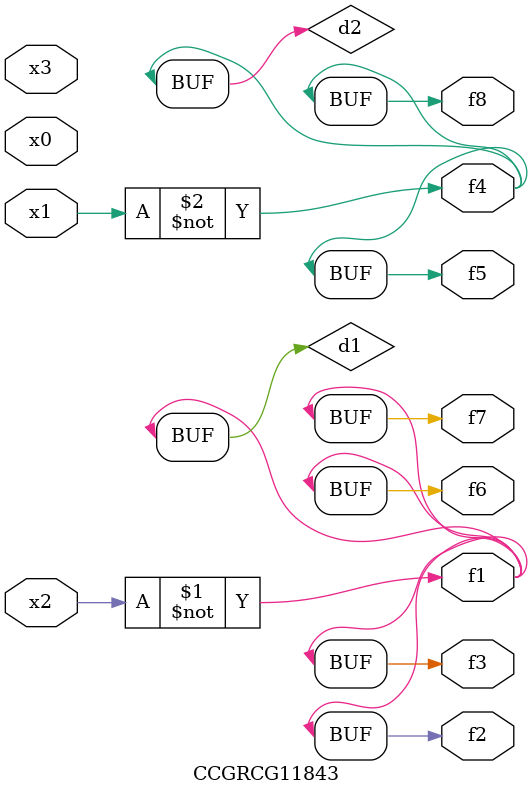
<source format=v>
module CCGRCG11843(
	input x0, x1, x2, x3,
	output f1, f2, f3, f4, f5, f6, f7, f8
);

	wire d1, d2;

	xnor (d1, x2);
	not (d2, x1);
	assign f1 = d1;
	assign f2 = d1;
	assign f3 = d1;
	assign f4 = d2;
	assign f5 = d2;
	assign f6 = d1;
	assign f7 = d1;
	assign f8 = d2;
endmodule

</source>
